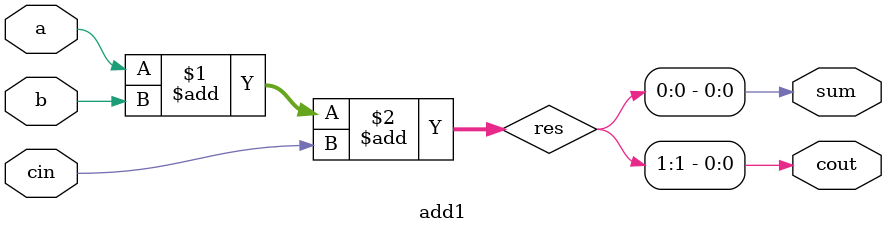
<source format=v>
module top_module(
    input [31:0] a,
    input [31:0] b,
    output [31:0] sum
);

    wire [15:0] sum_lo,sum_hi;
    wire c;

    add16 add_lo(
        .a(a[15:0]),
        .b(b[15:0]),
        .cin(1'b0),
        .sum(sum_lo),
        .cout(c),
    );

    add16 add_hi(
        .a(a[31:16]),
        .b(b[31:16]),
        .cin(c),
        .sum(sum_hi),
    );

    assign sum={sum_hi,sum_lo};

endmodule

module add1(
    input a,
    input b,
    input cin,
    output cout,
    output sum
);

    wire [1:0] res;
    assign res=a+b+cin;
    assign sum=res[0];
    assign cout=res[1];

    // sum = a ^ b ^ cin, xor->+2
    // cout = a&b | a&cin | b&cin

endmodule
</source>
